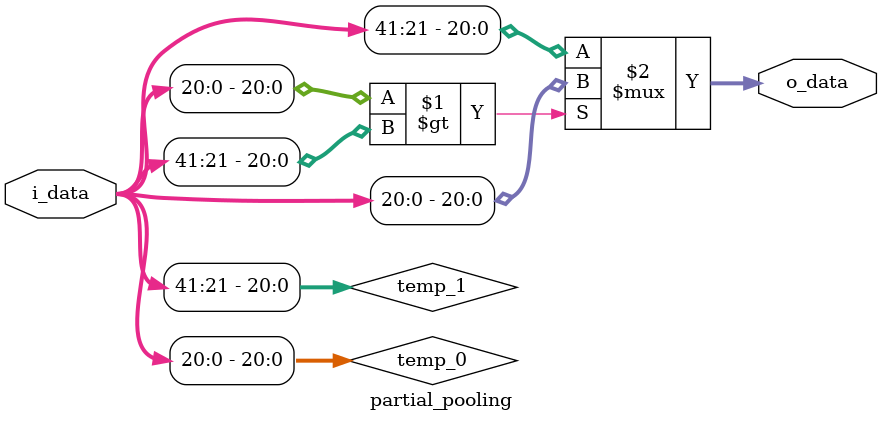
<source format=v>
`define CONV_LEN 21

module partial_pooling(
    input  [`CONV_LEN*2-1:0] i_data,
    output [`CONV_LEN-1:0]   o_data
);
wire signed [`CONV_LEN-1:0] temp_0, temp_1;

assign temp_0 = i_data[0+:`CONV_LEN];
assign temp_1 = i_data[`CONV_LEN*2-1-:`CONV_LEN];
assign o_data = (temp_0 > temp_1) ? temp_0 : temp_1;

endmodule

</source>
